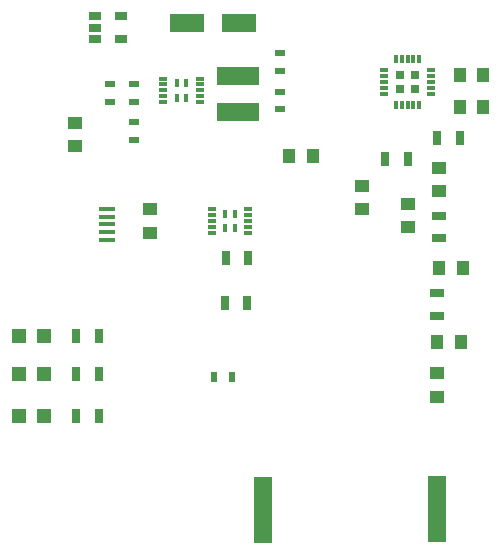
<source format=gtp>
G04 #@! TF.FileFunction,Paste,Top*
%FSLAX46Y46*%
G04 Gerber Fmt 4.6, Leading zero omitted, Abs format (unit mm)*
G04 Created by KiCad (PCBNEW 4.0.6) date Wed Apr 19 01:03:26 2017*
%MOMM*%
%LPD*%
G01*
G04 APERTURE LIST*
%ADD10C,0.100000*%
%ADD11R,0.650000X0.300000*%
%ADD12R,0.465000X0.744000*%
%ADD13R,1.250000X1.000000*%
%ADD14R,1.000000X1.250000*%
%ADD15R,2.999740X1.600200*%
%ADD16R,1.198880X1.198880*%
%ADD17R,1.300000X0.700000*%
%ADD18R,0.700000X1.300000*%
%ADD19R,3.600000X1.500000*%
%ADD20R,1.350000X0.400000*%
%ADD21R,0.500000X0.900000*%
%ADD22R,0.900000X0.500000*%
%ADD23R,1.500000X5.600000*%
%ADD24R,0.300000X0.730000*%
%ADD25R,0.730000X0.300000*%
%ADD26R,0.750000X0.750000*%
%ADD27R,1.060000X0.650000*%
G04 APERTURE END LIST*
D10*
D11*
X88650000Y-109950000D03*
X88650000Y-110450000D03*
X88650000Y-110950000D03*
X88650000Y-111450000D03*
X88650000Y-111950000D03*
X91750000Y-111950000D03*
X91750000Y-111450000D03*
X91750000Y-110950000D03*
X91750000Y-110450000D03*
X91750000Y-109950000D03*
D12*
X90587500Y-111570000D03*
X90587500Y-110330000D03*
X89812500Y-111570000D03*
X89812500Y-110330000D03*
D13*
X87500000Y-121000000D03*
X87500000Y-123000000D03*
D14*
X99310000Y-116480000D03*
X101310000Y-116480000D03*
D13*
X111825000Y-134875000D03*
X111825000Y-136875000D03*
D14*
X111850000Y-132275000D03*
X113850000Y-132275000D03*
X112000000Y-126000000D03*
X114000000Y-126000000D03*
D13*
X109350000Y-120550000D03*
X109350000Y-122550000D03*
X105450000Y-121025000D03*
X105450000Y-119025000D03*
X81200000Y-113700000D03*
X81200000Y-115700000D03*
X112000000Y-117500000D03*
X112000000Y-119500000D03*
D15*
X90650360Y-105250000D03*
X95049640Y-105250000D03*
D14*
X115750000Y-109650000D03*
X113750000Y-109650000D03*
X115750000Y-112350000D03*
X113750000Y-112350000D03*
D16*
X76450980Y-135000000D03*
X78549020Y-135000000D03*
X76450980Y-131750000D03*
X78549020Y-131750000D03*
X76450980Y-138500000D03*
X78549020Y-138500000D03*
D17*
X111850000Y-128125000D03*
X111850000Y-130025000D03*
X112000000Y-121550000D03*
X112000000Y-123450000D03*
D18*
X109350000Y-116725000D03*
X107450000Y-116725000D03*
X113750000Y-115000000D03*
X111850000Y-115000000D03*
D19*
X94950000Y-109725000D03*
X94950000Y-112775000D03*
D20*
X83902540Y-120999100D03*
X83902540Y-121649100D03*
X83902540Y-122299100D03*
X83902540Y-122949100D03*
X83902540Y-123599100D03*
D18*
X81300000Y-135000000D03*
X83200000Y-135000000D03*
X81300000Y-131750000D03*
X83200000Y-131750000D03*
X95860000Y-125120000D03*
X93960000Y-125120000D03*
X81300000Y-138500000D03*
X83200000Y-138500000D03*
X93880000Y-128920000D03*
X95780000Y-128920000D03*
D21*
X94500000Y-135250000D03*
X93000000Y-135250000D03*
D22*
X86150000Y-110450000D03*
X86150000Y-111950000D03*
X86150000Y-113650000D03*
X86150000Y-115150000D03*
X84150000Y-111950000D03*
X84150000Y-110450000D03*
X98550000Y-112550000D03*
X98550000Y-111050000D03*
X98550000Y-109325000D03*
X98550000Y-107825000D03*
D11*
X92760000Y-121000000D03*
X92760000Y-121500000D03*
X92760000Y-122000000D03*
X92760000Y-122500000D03*
X92760000Y-123000000D03*
X95860000Y-123000000D03*
X95860000Y-122500000D03*
X95860000Y-122000000D03*
X95860000Y-121500000D03*
X95860000Y-121000000D03*
D12*
X94697500Y-122620000D03*
X94697500Y-121380000D03*
X93922500Y-122620000D03*
X93922500Y-121380000D03*
D23*
X97150000Y-146450000D03*
X111825000Y-146400000D03*
D24*
X108350000Y-112215000D03*
X108850000Y-112215000D03*
X109350000Y-112215000D03*
X109850000Y-112215000D03*
X110350000Y-112215000D03*
D25*
X111315000Y-111250000D03*
X111315000Y-110750000D03*
X111315000Y-110250000D03*
X111315000Y-109750000D03*
X111315000Y-109250000D03*
D24*
X110350000Y-108285000D03*
X109850000Y-108285000D03*
X109350000Y-108285000D03*
X108850000Y-108285000D03*
X108350000Y-108285000D03*
D25*
X107385000Y-109250000D03*
X107385000Y-109750000D03*
X107385000Y-110250000D03*
X107385000Y-110750000D03*
X107385000Y-111250000D03*
D26*
X109975000Y-109625000D03*
X108725000Y-109625000D03*
X109975000Y-110875000D03*
X108725000Y-110875000D03*
D27*
X82860000Y-104690000D03*
X82860000Y-105640000D03*
X82860000Y-106590000D03*
X85060000Y-106590000D03*
X85060000Y-104690000D03*
M02*

</source>
